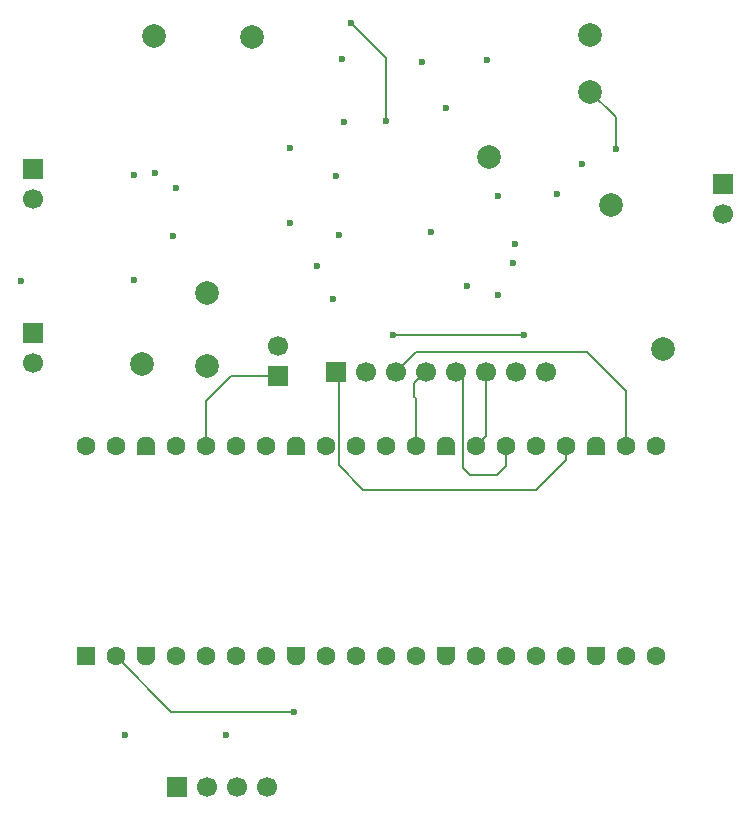
<source format=gbr>
%TF.GenerationSoftware,KiCad,Pcbnew,9.0.2-9.0.2-0~ubuntu24.04.1*%
%TF.CreationDate,2025-05-10T13:12:50-04:00*%
%TF.ProjectId,lt3014-test,6c743330-3134-42d7-9465-73742e6b6963,rev?*%
%TF.SameCoordinates,Original*%
%TF.FileFunction,Copper,L4,Bot*%
%TF.FilePolarity,Positive*%
%FSLAX46Y46*%
G04 Gerber Fmt 4.6, Leading zero omitted, Abs format (unit mm)*
G04 Created by KiCad (PCBNEW 9.0.2-9.0.2-0~ubuntu24.04.1) date 2025-05-10 13:12:50*
%MOMM*%
%LPD*%
G01*
G04 APERTURE LIST*
G04 Aperture macros list*
%AMRoundRect*
0 Rectangle with rounded corners*
0 $1 Rounding radius*
0 $2 $3 $4 $5 $6 $7 $8 $9 X,Y pos of 4 corners*
0 Add a 4 corners polygon primitive as box body*
4,1,4,$2,$3,$4,$5,$6,$7,$8,$9,$2,$3,0*
0 Add four circle primitives for the rounded corners*
1,1,$1+$1,$2,$3*
1,1,$1+$1,$4,$5*
1,1,$1+$1,$6,$7*
1,1,$1+$1,$8,$9*
0 Add four rect primitives between the rounded corners*
20,1,$1+$1,$2,$3,$4,$5,0*
20,1,$1+$1,$4,$5,$6,$7,0*
20,1,$1+$1,$6,$7,$8,$9,0*
20,1,$1+$1,$8,$9,$2,$3,0*%
%AMFreePoly0*
4,1,37,0.603843,0.796157,0.639018,0.796157,0.711114,0.766294,0.766294,0.711114,0.796157,0.639018,0.796157,0.603843,0.800000,0.600000,0.800000,-0.600000,0.796157,-0.603843,0.796157,-0.639018,0.766294,-0.711114,0.711114,-0.766294,0.639018,-0.796157,0.603843,-0.796157,0.600000,-0.800000,0.000000,-0.800000,0.000000,-0.796148,-0.078414,-0.796148,-0.232228,-0.765552,-0.377117,-0.705537,
-0.507515,-0.618408,-0.618408,-0.507515,-0.705537,-0.377117,-0.765552,-0.232228,-0.796148,-0.078414,-0.796148,0.078414,-0.765552,0.232228,-0.705537,0.377117,-0.618408,0.507515,-0.507515,0.618408,-0.377117,0.705537,-0.232228,0.765552,-0.078414,0.796148,0.000000,0.796148,0.000000,0.800000,0.600000,0.800000,0.603843,0.796157,0.603843,0.796157,$1*%
%AMFreePoly1*
4,1,37,0.000000,0.796148,0.078414,0.796148,0.232228,0.765552,0.377117,0.705537,0.507515,0.618408,0.618408,0.507515,0.705537,0.377117,0.765552,0.232228,0.796148,0.078414,0.796148,-0.078414,0.765552,-0.232228,0.705537,-0.377117,0.618408,-0.507515,0.507515,-0.618408,0.377117,-0.705537,0.232228,-0.765552,0.078414,-0.796148,0.000000,-0.796148,0.000000,-0.800000,-0.600000,-0.800000,
-0.603843,-0.796157,-0.639018,-0.796157,-0.711114,-0.766294,-0.766294,-0.711114,-0.796157,-0.639018,-0.796157,-0.603843,-0.800000,-0.600000,-0.800000,0.600000,-0.796157,0.603843,-0.796157,0.639018,-0.766294,0.711114,-0.711114,0.766294,-0.639018,0.796157,-0.603843,0.796157,-0.600000,0.800000,0.000000,0.800000,0.000000,0.796148,0.000000,0.796148,$1*%
G04 Aperture macros list end*
%TA.AperFunction,ComponentPad*%
%ADD10C,2.000000*%
%TD*%
%TA.AperFunction,ComponentPad*%
%ADD11R,1.700000X1.700000*%
%TD*%
%TA.AperFunction,ComponentPad*%
%ADD12C,1.700000*%
%TD*%
%TA.AperFunction,ComponentPad*%
%ADD13RoundRect,0.200000X0.600000X-0.600000X0.600000X0.600000X-0.600000X0.600000X-0.600000X-0.600000X0*%
%TD*%
%TA.AperFunction,ComponentPad*%
%ADD14C,1.600000*%
%TD*%
%TA.AperFunction,ComponentPad*%
%ADD15FreePoly0,90.000000*%
%TD*%
%TA.AperFunction,ComponentPad*%
%ADD16FreePoly1,90.000000*%
%TD*%
%TA.AperFunction,ViaPad*%
%ADD17C,0.600000*%
%TD*%
%TA.AperFunction,Conductor*%
%ADD18C,0.200000*%
%TD*%
G04 APERTURE END LIST*
D10*
%TO.P,TP7,1,1*%
%TO.N,/IMON*%
X101092000Y-75133200D03*
%TD*%
D11*
%TO.P,J3,1,Pin_1*%
%TO.N,+3.3V*%
X86360000Y-72385000D03*
D12*
%TO.P,J3,2,Pin_2*%
%TO.N,GND*%
X86360000Y-74925000D03*
%TD*%
D11*
%TO.P,J2,1,Pin_1*%
%TO.N,Net-(J2-Pin_1)*%
X86360000Y-58420000D03*
D12*
%TO.P,J2,2,Pin_2*%
%TO.N,GND*%
X86360000Y-60960000D03*
%TD*%
D10*
%TO.P,TP4,1,1*%
%TO.N,Net-(J1-Pin_1)*%
X133504700Y-47091600D03*
%TD*%
D11*
%TO.P,J5,1,Pin_1*%
%TO.N,/GP0{slash}TX*%
X98552000Y-110744000D03*
D12*
%TO.P,J5,2,Pin_2*%
%TO.N,/GP1{slash}RX*%
X101092000Y-110744000D03*
%TO.P,J5,3,Pin_3*%
%TO.N,/GP2*%
X103632000Y-110744000D03*
%TO.P,J5,4,Pin_4*%
%TO.N,GND*%
X106172000Y-110744000D03*
%TD*%
D10*
%TO.P,TP10,1,1*%
%TO.N,GND*%
X139700000Y-73660000D03*
%TD*%
D11*
%TO.P,JP1,1,A*%
%TO.N,Net-(A1-3V3)*%
X107061000Y-75946000D03*
D12*
%TO.P,JP1,2,B*%
%TO.N,+3.3V*%
X107061000Y-73406000D03*
%TD*%
D10*
%TO.P,TP9,1,1*%
%TO.N,GND*%
X95554800Y-74930000D03*
%TD*%
%TO.P,TP1,1,1*%
%TO.N,Net-(U4-A)*%
X135280400Y-61518800D03*
%TD*%
%TO.P,TP3,1,1*%
%TO.N,Net-(U1-VIN)*%
X104902000Y-47244000D03*
%TD*%
D13*
%TO.P,A1,1,GPIO0*%
%TO.N,/LED1*%
X90805000Y-99695000D03*
D14*
%TO.P,A1,2,GPIO1*%
%TO.N,/LED2*%
X93345000Y-99695000D03*
D15*
%TO.P,A1,3,GND*%
%TO.N,GND*%
X95885000Y-99695000D03*
D14*
%TO.P,A1,4,GPIO2*%
%TO.N,unconnected-(A1-GPIO2-Pad4)*%
X98425000Y-99695000D03*
%TO.P,A1,5,GPIO3*%
%TO.N,unconnected-(A1-GPIO3-Pad5)*%
X100965000Y-99695000D03*
%TO.P,A1,6,GPIO4*%
%TO.N,/GP0{slash}TX*%
X103505000Y-99695000D03*
%TO.P,A1,7,GPIO5*%
%TO.N,/GP1{slash}RX*%
X106045000Y-99695000D03*
D15*
%TO.P,A1,8,GND*%
%TO.N,GND*%
X108585000Y-99695000D03*
D14*
%TO.P,A1,9,GPIO6*%
%TO.N,/GP2*%
X111125000Y-99695000D03*
%TO.P,A1,10,GPIO7*%
%TO.N,unconnected-(A1-GPIO7-Pad10)*%
X113665000Y-99695000D03*
%TO.P,A1,11,GPIO8*%
%TO.N,unconnected-(A1-GPIO8-Pad11)*%
X116205000Y-99695000D03*
%TO.P,A1,12,GPIO9*%
%TO.N,unconnected-(A1-GPIO9-Pad12)*%
X118745000Y-99695000D03*
D15*
%TO.P,A1,13,GND*%
%TO.N,GND*%
X121285000Y-99695000D03*
D14*
%TO.P,A1,14,GPIO10*%
%TO.N,unconnected-(A1-GPIO10-Pad14)*%
X123825000Y-99695000D03*
%TO.P,A1,15,GPIO11*%
%TO.N,unconnected-(A1-GPIO11-Pad15)*%
X126365000Y-99695000D03*
%TO.P,A1,16,GPIO12*%
%TO.N,unconnected-(A1-GPIO12-Pad16)*%
X128905000Y-99695000D03*
%TO.P,A1,17,GPIO13*%
%TO.N,unconnected-(A1-GPIO13-Pad17)*%
X131445000Y-99695000D03*
D15*
%TO.P,A1,18,GND*%
%TO.N,GND*%
X133985000Y-99695000D03*
D14*
%TO.P,A1,19,GPIO14*%
%TO.N,unconnected-(A1-GPIO14-Pad19)*%
X136525000Y-99695000D03*
%TO.P,A1,20,GPIO15*%
%TO.N,unconnected-(A1-GPIO15-Pad20)*%
X139065000Y-99695000D03*
%TO.P,A1,21,GPIO16*%
%TO.N,unconnected-(A1-GPIO16-Pad21)*%
X139065000Y-81915000D03*
%TO.P,A1,22,GPIO17*%
%TO.N,/~{SYNC}*%
X136525000Y-81915000D03*
D16*
%TO.P,A1,23,GND*%
%TO.N,GND*%
X133985000Y-81915000D03*
D14*
%TO.P,A1,24,GPIO18*%
%TO.N,/SCLK*%
X131445000Y-81915000D03*
%TO.P,A1,25,GPIO19*%
%TO.N,/SDA*%
X128905000Y-81915000D03*
%TO.P,A1,26,GPIO20*%
%TO.N,/RESET*%
X126365000Y-81915000D03*
%TO.P,A1,27,GPIO21*%
%TO.N,/SHDN*%
X123825000Y-81915000D03*
D16*
%TO.P,A1,28,GND*%
%TO.N,GND*%
X121285000Y-81915000D03*
D14*
%TO.P,A1,29,GPIO22*%
%TO.N,/SHUTDOWN*%
X118745000Y-81915000D03*
%TO.P,A1,30,RUN*%
%TO.N,unconnected-(A1-RUN-Pad30)*%
X116205000Y-81915000D03*
%TO.P,A1,31,GPIO26_ADC0*%
%TO.N,/IMON*%
X113665000Y-81915000D03*
%TO.P,A1,32,GPIO27_ADC1*%
%TO.N,/VSENSE*%
X111125000Y-81915000D03*
D16*
%TO.P,A1,33,AGND*%
%TO.N,GND*%
X108585000Y-81915000D03*
D14*
%TO.P,A1,34,GPIO28_ADC2*%
%TO.N,unconnected-(A1-GPIO28_ADC2-Pad34)*%
X106045000Y-81915000D03*
%TO.P,A1,35,ADC_VREF*%
%TO.N,unconnected-(A1-ADC_VREF-Pad35)*%
X103505000Y-81915000D03*
%TO.P,A1,36,3V3*%
%TO.N,Net-(A1-3V3)*%
X100965000Y-81915000D03*
%TO.P,A1,37,3V3_EN*%
%TO.N,unconnected-(A1-3V3_EN-Pad37)*%
X98425000Y-81915000D03*
D16*
%TO.P,A1,38,GND*%
%TO.N,GND*%
X95885000Y-81915000D03*
D14*
%TO.P,A1,39,VSYS*%
%TO.N,unconnected-(A1-VSYS-Pad39)*%
X93345000Y-81915000D03*
%TO.P,A1,40,VBUS*%
%TO.N,unconnected-(A1-VBUS-Pad40)*%
X90805000Y-81915000D03*
%TD*%
D10*
%TO.P,TP8,1,1*%
%TO.N,Net-(Q3-G)*%
X101092000Y-68986400D03*
%TD*%
%TO.P,TP5,1,1*%
%TO.N,Net-(J2-Pin_1)*%
X96547700Y-47218600D03*
%TD*%
D11*
%TO.P,J4,1,Pin_1*%
%TO.N,/SCLK*%
X111963200Y-75641200D03*
D12*
%TO.P,J4,2,Pin_2*%
%TO.N,/SDA*%
X114503200Y-75641200D03*
%TO.P,J4,3,Pin_3*%
%TO.N,/~{SYNC}*%
X117043200Y-75641200D03*
%TO.P,J4,4,Pin_4*%
%TO.N,/SHUTDOWN*%
X119583200Y-75641200D03*
%TO.P,J4,5,Pin_5*%
%TO.N,/RESET*%
X122123200Y-75641200D03*
%TO.P,J4,6,Pin_6*%
%TO.N,/SHDN*%
X124663200Y-75641200D03*
%TO.P,J4,7,Pin_7*%
%TO.N,unconnected-(J4-Pin_7-Pad7)*%
X127203200Y-75641200D03*
%TO.P,J4,8,Pin_8*%
%TO.N,GND*%
X129743200Y-75641200D03*
%TD*%
D10*
%TO.P,TP2,1,1*%
%TO.N,Net-(U1-ADJ)*%
X124968000Y-57404000D03*
%TD*%
D11*
%TO.P,J1,1,Pin_1*%
%TO.N,Net-(J1-Pin_1)*%
X144780000Y-59690000D03*
D12*
%TO.P,J1,2,Pin_2*%
%TO.N,GND*%
X144780000Y-62230000D03*
%TD*%
D10*
%TO.P,TP6,1,1*%
%TO.N,/VSENSE*%
X133502400Y-51917600D03*
%TD*%
D17*
%TO.N,/SHDN*%
X113284000Y-46101000D03*
X116205000Y-54356000D03*
%TO.N,/SDA*%
X116840000Y-72517000D03*
X127889000Y-72517000D03*
%TO.N,/LED2*%
X108458000Y-104394000D03*
%TO.N,/VSENSE*%
X135663700Y-56769000D03*
%TO.N,GND*%
X132842000Y-58039000D03*
X112014000Y-59055000D03*
X121325600Y-53253600D03*
X112268000Y-64008000D03*
X94121000Y-106412000D03*
X119253000Y-49403000D03*
X120015000Y-63754000D03*
X124739400Y-49250600D03*
X130683000Y-60579000D03*
X111760000Y-69469000D03*
X125730000Y-60706000D03*
X123063000Y-68326000D03*
X85344000Y-67945000D03*
X98171000Y-64135000D03*
X102630000Y-106412000D03*
X127127000Y-64770000D03*
X94869000Y-58928000D03*
X108077000Y-62992000D03*
%TO.N,+3.3V*%
X94869000Y-67818000D03*
X96622800Y-58825200D03*
X98425000Y-60071000D03*
X125730000Y-69088000D03*
X127000000Y-66421000D03*
X108077000Y-56642000D03*
X110363000Y-66675000D03*
X112649000Y-54483000D03*
X112522000Y-49149000D03*
%TD*%
D18*
%TO.N,/SHDN*%
X116205000Y-49022000D02*
X113284000Y-46101000D01*
X124663200Y-75641200D02*
X124663200Y-81076800D01*
X124663200Y-81076800D02*
X123825000Y-81915000D01*
X116205000Y-54356000D02*
X116205000Y-49022000D01*
%TO.N,/RESET*%
X126365000Y-83566000D02*
X126365000Y-81915000D01*
X125603000Y-84328000D02*
X126365000Y-83566000D01*
X122724000Y-76242000D02*
X122724000Y-83735000D01*
X122724000Y-83735000D02*
X123317000Y-84328000D01*
X122123200Y-75641200D02*
X122724000Y-76242000D01*
X123317000Y-84328000D02*
X125603000Y-84328000D01*
%TO.N,/SDA*%
X127889000Y-72517000D02*
X116840000Y-72517000D01*
%TO.N,/LED2*%
X93345000Y-99695000D02*
X98044000Y-104394000D01*
X98044000Y-104394000D02*
X108458000Y-104394000D01*
%TO.N,/VSENSE*%
X135663700Y-56769000D02*
X135663700Y-54078900D01*
X135663700Y-54078900D02*
X133502400Y-51917600D01*
%TO.N,/SCLK*%
X128905000Y-85598000D02*
X131445000Y-83058000D01*
X112226000Y-75904000D02*
X112226000Y-83524000D01*
X112226000Y-83524000D02*
X114300000Y-85598000D01*
X114300000Y-85598000D02*
X128905000Y-85598000D01*
X111963200Y-75641200D02*
X112226000Y-75904000D01*
X131445000Y-83058000D02*
X131445000Y-81915000D01*
%TO.N,/SHUTDOWN*%
X118745000Y-77851000D02*
X118745000Y-81915000D01*
X118618000Y-76606400D02*
X118618000Y-77724000D01*
X118618000Y-77724000D02*
X118745000Y-77851000D01*
X119583200Y-75641200D02*
X118618000Y-76606400D01*
%TO.N,/~{SYNC}*%
X118770400Y-73914000D02*
X133223000Y-73914000D01*
X117043200Y-75641200D02*
X118770400Y-73914000D01*
X133223000Y-73914000D02*
X136525000Y-77216000D01*
X136525000Y-77216000D02*
X136525000Y-81915000D01*
%TO.N,Net-(A1-3V3)*%
X100965000Y-78105000D02*
X100965000Y-81915000D01*
X103124000Y-75946000D02*
X100965000Y-78105000D01*
X107061000Y-75946000D02*
X103124000Y-75946000D01*
%TD*%
M02*

</source>
